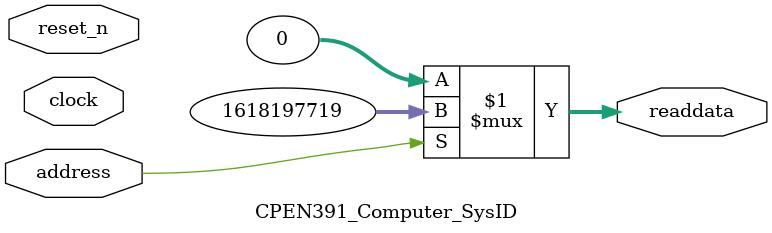
<source format=v>

`timescale 1ns / 1ps
// synthesis translate_on

// turn off superfluous verilog processor warnings 
// altera message_level Level1 
// altera message_off 10034 10035 10036 10037 10230 10240 10030 

module CPEN391_Computer_SysID (
               // inputs:
                address,
                clock,
                reset_n,

               // outputs:
                readdata
             )
;

  output  [ 31: 0] readdata;
  input            address;
  input            clock;
  input            reset_n;

  wire    [ 31: 0] readdata;
  //control_slave, which is an e_avalon_slave
  assign readdata = address ? 1618197719 : 0;

endmodule




</source>
